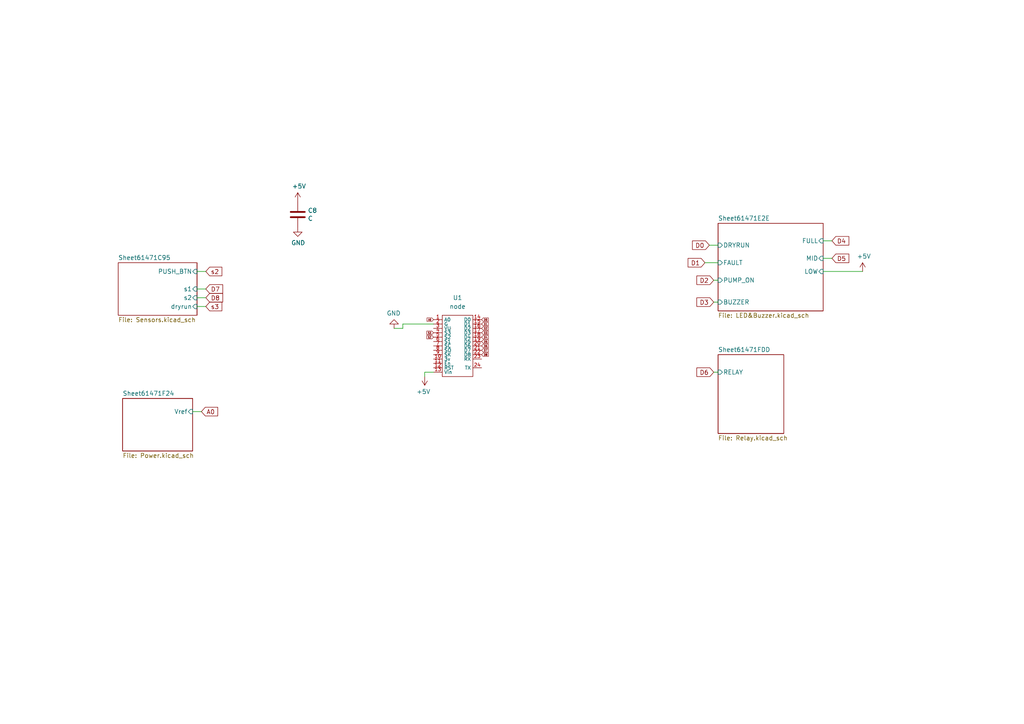
<source format=kicad_sch>
(kicad_sch (version 20211123) (generator eeschema)
  (paper "A4")
  (lib_symbols
    (symbol "Device:C" (pin_numbers hide) (pin_names (offset 0.254))
      (property "Reference" "C" (at 0.635 2.54 0))
      (property "Value" "C" (at 0.635 -2.54 0))
      (symbol "C_0_1"
        (polyline (pts (xy -2.032 -0.762) (xy 2.032 -0.762)) (stroke (width 0.508)))
        (polyline (pts (xy -2.032 0.762) (xy 2.032 0.762)) (stroke (width 0.508)))
      )
      (symbol "C_1_1"
        (pin passive line (at 0 3.81 270) (length 2.794) (name "~") (number "1"))
        (pin passive line (at 0 -3.81 90) (length 2.794) (name "~") (number "2"))
      )
    )
    (symbol "SHA:node"
      (property "Reference" "U" (at 3.81 1.27 0))
      (property "Value" "node" (at 0 1.27 0))
      (symbol "node_0_1"
        (rectangle (start -3.81 0) (end -3.81 0))
        (rectangle (start -3.81 0) (end 5.08 -17.78))
        (rectangle (start -1.27 -3.81) (end -1.27 -3.81))
      )
      (symbol "node_1_1"
        (pin bidirectional line (at -6.35 -1.27 0) (length 2.54) (name "A0") (number "1"))
        (pin output line (at -6.35 -12.7 0) (length 2.54) (name "3v") (number "10"))
        (pin bidirectional line (at -6.35 -13.97 0) (length 2.54) (name "En") (number "11"))
        (pin bidirectional line (at -6.35 -15.24 0) (length 2.54) (name "RST") (number "12"))
        (pin bidirectional line (at -6.35 -16.51 0) (length 2.54) (name "Vin") (number "13"))
        (pin bidirectional line (at 7.62 -1.27 180) (length 2.54) (name "D0") (number "14"))
        (pin bidirectional line (at 7.62 -2.54 180) (length 2.54) (name "D1") (number "15"))
        (pin bidirectional line (at 7.62 -3.81 180) (length 2.54) (name "D2") (number "16"))
        (pin bidirectional line (at 7.62 -5.08 180) (length 2.54) (name "D3") (number "17"))
        (pin bidirectional line (at 7.62 -6.35 180) (length 2.54) (name "D4") (number "18"))
        (pin bidirectional line (at 7.62 -7.62 180) (length 2.54) (name "D5") (number "19"))
        (pin bidirectional line (at -6.35 -2.54 0) (length 2.54) (name "G") (number "2"))
        (pin bidirectional line (at 7.62 -8.89 180) (length 2.54) (name "D6") (number "20"))
        (pin bidirectional line (at 7.62 -10.16 180) (length 2.54) (name "D7") (number "21"))
        (pin bidirectional line (at 7.62 -11.43 180) (length 2.54) (name "D8") (number "22"))
        (pin bidirectional line (at 7.62 -12.7 180) (length 2.54) (name "RX") (number "23"))
        (pin bidirectional line (at 7.62 -15.24 180) (length 2.54) (name "TX") (number "24"))
        (pin bidirectional line (at -6.35 -3.81 0) (length 2.54) (name "VU") (number "3"))
        (pin bidirectional line (at -6.35 -5.08 0) (length 2.54) (name "S3") (number "4"))
        (pin bidirectional line (at -6.35 -6.35 0) (length 2.54) (name "S2") (number "5"))
        (pin bidirectional line (at -6.35 -7.62 0) (length 2.54) (name "S1") (number "6"))
        (pin bidirectional line (at -6.35 -8.89 0) (length 2.54) (name "SC") (number "7"))
        (pin bidirectional line (at -6.35 -10.16 0) (length 2.54) (name "SO") (number "8"))
        (pin bidirectional line (at -6.35 -11.43 0) (length 2.54) (name "SK") (number "9"))
      )
    )
    (symbol "power:+5V" (power) (pin_names (offset 0))
      (property "Value" "+5V" (at 0 3.556 0))
      (symbol "+5V_0_1"
        (polyline (pts (xy -0.762 1.27) (xy 0 2.54)))
        (polyline (pts (xy 0 0) (xy 0 2.54)))
        (polyline (pts (xy 0 2.54) (xy 0.762 1.27)))
      )
      (symbol "+5V_1_1"
        (pin power_in line (at 0 0 90) (length 0) hide (name "+5V") (number "1"))
      )
    )
    (symbol "power:GND" (power) (pin_names (offset 0))
      (property "Value" "GND" (at 0 -3.81 0))
      (symbol "GND_0_1"
        (polyline (pts (xy 0 0) (xy 0 -1.27) (xy 1.27 -1.27) (xy 0 -2.54) (xy -1.27 -1.27) (xy 0 -1.27)))
      )
      (symbol "GND_1_1"
        (pin power_in line (at 0 0 270) (length 0) hide (name "GND") (number "1"))
      )
    )
  )
  (wire (pts (xy 123.19 109.22) (xy 123.19 107.95)))
  (wire (pts (xy 125.73 93.98) (xy 116.84 93.98)))
  (wire (pts (xy 59.69 83.82) (xy 57.15 83.82)))
  (wire (pts (xy 205.74 71.12) (xy 208.28 71.12)))
  (wire (pts (xy 238.76 78.74) (xy 250.19 78.74)))
  (wire (pts (xy 207.01 81.28) (xy 208.28 81.28)))
  (wire (pts (xy 204.47 76.2) (xy 208.28 76.2)))
  (wire (pts (xy 59.69 78.74) (xy 57.15 78.74)))
  (wire (pts (xy 238.76 69.85) (xy 241.3 69.85)))
  (wire (pts (xy 207.01 107.95) (xy 208.28 107.95)))
  (wire (pts (xy 116.84 95.25) (xy 114.3 95.25)))
  (wire (pts (xy 116.84 93.98) (xy 116.84 95.25)))
  (wire (pts (xy 123.19 107.95) (xy 125.73 107.95)))
  (wire (pts (xy 238.76 74.93) (xy 241.3 74.93)))
  (wire (pts (xy 59.69 86.36) (xy 57.15 86.36)))
  (wire (pts (xy 207.01 87.63) (xy 208.28 87.63)))
  (wire (pts (xy 58.42 119.38) (xy 55.88 119.38)))
  (wire (pts (xy 59.69 88.9) (xy 57.15 88.9)))
  (global_label "D5" (shape input) (at 241.3 74.93 0) (property "Intersheet References" "${INTERSHEET_REFS}" (effects hide)))
  (global_label "D8" (shape input) (at 139.7 102.87 0) (effects (font (size 0.508 0.508))) (property "Intersheet References" "${INTERSHEET_REFS}" (effects hide)))
  (global_label "D7" (shape input) (at 59.69 83.82 0) (property "Intersheet References" "${INTERSHEET_REFS}" (effects hide)))
  (global_label "D3" (shape input) (at 207.01 87.63 180) (property "Intersheet References" "${INTERSHEET_REFS}" (effects hide)))
  (global_label "D0" (shape input) (at 139.7 92.71 0) (effects (font (size 0.508 0.508))) (property "Intersheet References" "${INTERSHEET_REFS}" (effects hide)))
  (global_label "S2" (shape input) (at 125.73 97.79 180) (effects (font (size 0.508 0.508))) (property "Intersheet References" "${INTERSHEET_REFS}" (effects hide)))
  (global_label "D8" (shape input) (at 59.69 86.36 0) (property "Intersheet References" "${INTERSHEET_REFS}" (effects hide)))
  (global_label "D7" (shape input) (at 139.7 101.6 0) (effects (font (size 0.508 0.508))) (property "Intersheet References" "${INTERSHEET_REFS}" (effects hide)))
  (global_label "D4" (shape input) (at 241.3 69.85 0) (property "Intersheet References" "${INTERSHEET_REFS}" (effects hide)))
  (global_label "D2" (shape input) (at 139.7 95.25 0) (effects (font (size 0.508 0.508))) (property "Intersheet References" "${INTERSHEET_REFS}" (effects hide)))
  (global_label "S3" (shape input) (at 125.73 96.52 180) (effects (font (size 0.508 0.508))) (property "Intersheet References" "${INTERSHEET_REFS}" (effects hide)))
  (global_label "A0" (shape input) (at 58.42 119.38 0) (property "Intersheet References" "${INTERSHEET_REFS}" (effects hide)))
  (global_label "s2" (shape input) (at 59.69 78.74 0) (property "Intersheet References" "${INTERSHEET_REFS}" (effects hide)))
  (global_label "D2" (shape input) (at 207.01 81.28 180) (property "Intersheet References" "${INTERSHEET_REFS}" (effects hide)))
  (global_label "D1" (shape input) (at 139.7 93.98 0) (effects (font (size 0.508 0.508))) (property "Intersheet References" "${INTERSHEET_REFS}" (effects hide)))
  (global_label "D5" (shape input) (at 139.7 99.06 0) (effects (font (size 0.508 0.508))) (property "Intersheet References" "${INTERSHEET_REFS}" (effects hide)))
  (global_label "D0" (shape input) (at 205.74 71.12 180) (property "Intersheet References" "${INTERSHEET_REFS}" (effects hide)))
  (global_label "D6" (shape input) (at 207.01 107.95 180) (property "Intersheet References" "${INTERSHEET_REFS}" (effects hide)))
  (global_label "D4" (shape input) (at 139.7 97.79 0) (effects (font (size 0.508 0.508))) (property "Intersheet References" "${INTERSHEET_REFS}" (effects hide)))
  (global_label "A0" (shape input) (at 125.73 92.71 180) (effects (font (size 0.508 0.508))) (property "Intersheet References" "${INTERSHEET_REFS}" (effects hide)))
  (global_label "D6" (shape input) (at 139.7 100.33 0) (effects (font (size 0.508 0.508))) (property "Intersheet References" "${INTERSHEET_REFS}" (effects hide)))
  (global_label "D1" (shape input) (at 204.47 76.2 180) (property "Intersheet References" "${INTERSHEET_REFS}" (effects hide)))
  (global_label "s3" (shape input) (at 59.69 88.9 0) (property "Intersheet References" "${INTERSHEET_REFS}" (effects hide)))
  (global_label "D3" (shape input) (at 139.7 96.52 0) (effects (font (size 0.508 0.508))) (property "Intersheet References" "${INTERSHEET_REFS}" (effects hide)))
  (symbol (lib_id "Device:C") (at 86.36 62.23 0) (unit 1)
    (property "Reference" "C8" (at 89.281 61.0616 0) (effects (justify left)))
    (property "Value" "C" (at 89.281 63.373 0) (effects (justify left)))
    (property "Footprint" "Capacitor_THT:C_Disc_D4.7mm_W2.5mm_P5.00mm" (effects hide))
  )
  (symbol (lib_id "power:GND") (at 86.36 66.04 0) (unit 1)
    (property "Reference" "#PWR0110" (effects hide))
    (property "Value" "GND" (at 86.487 70.4342 0))
  )
  (symbol (lib_id "power:+5V") (at 86.36 58.42 0) (unit 1)
    (property "Reference" "#PWR0109" (effects hide))
    (property "Value" "+5V" (at 86.741 54.0258 0))
  )
  (symbol (lib_id "power:+5V") (at 250.19 78.74 0) (unit 1)
    (property "Reference" "#PWR0105" (effects hide))
    (property "Value" "+5V" (at 250.571 74.3458 0))
  )
  (symbol (lib_id "power:GND") (at 114.3 95.25 180) (unit 1)
    (property "Reference" "#PWR0118" (effects hide))
    (property "Value" "GND" (at 114.173 90.8558 0))
  )
  (symbol (lib_id "power:+5V") (at 123.19 109.22 180) (unit 1)
    (property "Reference" "#PWR0117" (effects hide))
    (property "Value" "+5V" (at 122.809 113.6142 0))
  )
  (symbol (lib_id "SHA:node") (at 132.08 91.44 0) (unit 1)
    (property "Reference" "U1" (at 132.715 86.36 0))
    (property "Value" "node" (at 132.715 88.9 0))
    (property "Footprint" "SHAHIDABDULLA:nod U" (effects hide))
  )
  (sheet (at 34.29 76.2) (size 22.86 15.24)
    (property "Sheet name" "Sheet61471C95" (at 34.29 75.4884 0) (effects (justify left bottom)))
    (property "Sheet file" "Sensors.kicad_sch" (at 34.29 92.0246 0) (effects (justify left top)))
    (pin "s2" input (at 57.15 86.36 0))
    (pin "PUSH_BTN" input (at 57.15 78.74 0))
    (pin "s1" input (at 57.15 83.82 0))
    (pin "dryrun" input (at 57.15 88.9 0))
  )
  (sheet (at 208.28 64.77) (size 30.48 25.4)
    (property "Sheet name" "Sheet61471E2E" (at 208.28 64.0584 0) (effects (justify left bottom)))
    (property "Sheet file" "LED&Buzzer.kicad_sch" (at 208.28 90.7546 0) (effects (justify left top)))
    (pin "DRYRUN" input (at 208.28 71.12 180))
    (pin "FAULT" input (at 208.28 76.2 180))
    (pin "PUMP_ON" input (at 208.28 81.28 180))
    (pin "FULL" input (at 238.76 69.85 0))
    (pin "MID" input (at 238.76 74.93 0))
    (pin "LOW" input (at 238.76 78.74 0))
    (pin "BUZZER" input (at 208.28 87.63 180))
  )
  (sheet (at 35.56 115.57) (size 20.32 15.24)
    (property "Sheet name" "Sheet61471F24" (at 35.56 114.8584 0) (effects (justify left bottom)))
    (property "Sheet file" "Power.kicad_sch" (at 35.56 131.3946 0) (effects (justify left top)))
    (pin "Vref" input (at 55.88 119.38 0))
  )
  (sheet (at 208.28 102.87) (size 19.05 22.86)
    (property "Sheet name" "Sheet61471FDD" (at 208.28 102.1584 0) (effects (justify left bottom)))
    (property "Sheet file" "Relay.kicad_sch" (at 208.28 126.3146 0) (effects (justify left top)))
    (pin "RELAY" input (at 208.28 107.95 180))
  )
)
</source>
